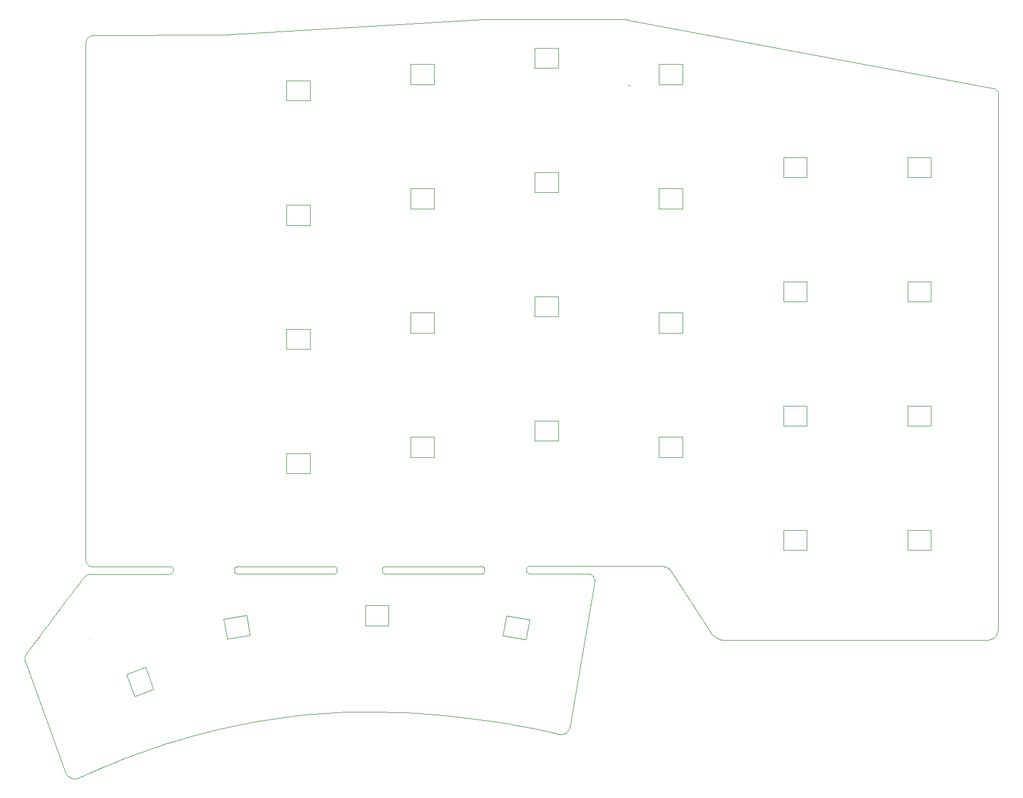
<source format=gm1>
%TF.GenerationSoftware,KiCad,Pcbnew,(6.0.0)*%
%TF.CreationDate,2022-08-16T23:55:00+02:00*%
%TF.ProjectId,SofleKeyboard,536f666c-654b-4657-9962-6f6172642e6b,rev?*%
%TF.SameCoordinates,Original*%
%TF.FileFunction,Profile,NP*%
%FSLAX46Y46*%
G04 Gerber Fmt 4.6, Leading zero omitted, Abs format (unit mm)*
G04 Created by KiCad (PCBNEW (6.0.0)) date 2022-08-16 23:55:00*
%MOMM*%
%LPD*%
G01*
G04 APERTURE LIST*
%ADD10C,0.090000*%
%TA.AperFunction,Profile*%
%ADD11C,0.120000*%
%TD*%
G04 APERTURE END LIST*
D10*
X87912739Y-117125430D02*
X87918440Y-117242752D01*
X87935201Y-117356250D01*
X87962504Y-117465408D01*
X87999832Y-117569708D01*
X88046669Y-117668634D01*
X88102497Y-117761669D01*
X88166800Y-117848297D01*
X88239062Y-117928000D01*
X88318765Y-118000261D01*
X88405392Y-118064564D01*
X88498427Y-118120393D01*
X88597353Y-118167229D01*
X88701654Y-118204557D01*
X88810811Y-118231860D01*
X88924310Y-118248621D01*
X89041632Y-118254323D01*
X162218324Y-142790013D02*
X166017748Y-120476819D01*
X78634688Y-132859332D02*
X84773030Y-149722105D01*
X149147912Y-118805741D02*
X149141400Y-118928748D01*
X149122280Y-119034082D01*
X149091172Y-119123086D01*
X149023386Y-119228913D01*
X148932113Y-119305557D01*
X148819447Y-119357550D01*
X148687479Y-119389429D01*
X148589812Y-119401745D01*
X148485116Y-119408481D01*
X148374012Y-119410979D01*
X148257121Y-119410583D01*
X148135061Y-119408637D01*
X148008454Y-119406484D01*
X147877920Y-119405468D01*
X177906363Y-119171537D02*
X183621346Y-128096832D01*
X171122432Y-34462538D02*
X170780248Y-34399041D01*
X89041632Y-118254323D02*
X100076532Y-118254323D01*
X183621346Y-128096832D02*
X183713071Y-128235064D01*
X183806789Y-128364219D01*
X183902180Y-128484606D01*
X183998920Y-128596530D01*
X184096688Y-128700300D01*
X184195163Y-128796223D01*
X184294023Y-128884606D01*
X184392946Y-128965758D01*
X184491611Y-129039985D01*
X184589695Y-129107595D01*
X184686878Y-129168895D01*
X184782837Y-129224193D01*
X184877251Y-129273797D01*
X184969798Y-129318013D01*
X185060156Y-129357150D01*
X185148004Y-129391514D01*
X185233021Y-129421414D01*
X185393271Y-129469049D01*
X185538333Y-129502514D01*
X185665634Y-129524269D01*
X185772600Y-129536775D01*
X185889292Y-129543569D01*
X185949692Y-129543212D01*
X87912739Y-92787294D02*
X87912739Y-117125430D01*
X101346523Y-118818759D02*
X101340011Y-118941766D01*
X101320891Y-119047099D01*
X101289783Y-119136104D01*
X101221997Y-119241931D01*
X101130724Y-119318574D01*
X101018058Y-119370567D01*
X100886091Y-119402446D01*
X100788423Y-119414762D01*
X100683727Y-119421498D01*
X100572624Y-119423996D01*
X100455732Y-119423600D01*
X100333673Y-119421654D01*
X100207066Y-119419501D01*
X100076532Y-119418485D01*
X87595252Y-119947652D02*
X87535762Y-120017108D01*
X87524692Y-120053481D01*
X185949692Y-129543212D02*
X186059451Y-129543212D01*
X186379631Y-129543212D01*
X186896581Y-129543212D01*
X187596653Y-129543212D01*
X188466198Y-129543212D01*
X189491567Y-129543212D01*
X190659111Y-129543212D01*
X191955180Y-129543212D01*
X193366126Y-129543212D01*
X194878299Y-129543212D01*
X196478052Y-129543212D01*
X198151733Y-129543212D01*
X199885696Y-129543212D01*
X201666289Y-129543212D01*
X203479866Y-129543212D01*
X205312775Y-129543212D01*
X207151369Y-129543212D01*
X208981999Y-129543212D01*
X210791015Y-129543212D01*
X212564768Y-129543212D01*
X214289609Y-129543212D01*
X215951890Y-129543212D01*
X217537961Y-129543212D01*
X219034173Y-129543212D01*
X220426877Y-129543212D01*
X221702424Y-129543212D01*
X222847166Y-129543212D01*
X223847452Y-129543212D01*
X224689634Y-129543212D01*
X225360064Y-129543212D01*
X225845091Y-129543212D01*
X226131068Y-129543212D01*
X89178556Y-36824266D02*
X89056504Y-36825153D01*
X162207752Y-142842938D02*
X162218324Y-142790013D01*
X156831401Y-119347926D02*
X156700866Y-119348942D01*
X156574259Y-119351096D01*
X156452199Y-119353043D01*
X156335308Y-119353440D01*
X156224204Y-119350944D01*
X156119508Y-119344210D01*
X156021841Y-119331895D01*
X155931821Y-119312656D01*
X155812488Y-119267874D01*
X155713852Y-119199954D01*
X155638005Y-119104361D01*
X155587040Y-118976561D01*
X155567920Y-118871227D01*
X155561409Y-118748221D01*
X78811077Y-131624609D02*
X78749822Y-131718793D01*
X78698077Y-131815873D01*
X78655426Y-131915436D01*
X78621456Y-132017067D01*
X78595755Y-132120353D01*
X78577909Y-132224878D01*
X78567504Y-132330230D01*
X78564128Y-132435994D01*
X171390546Y-44486572D02*
X171122432Y-44437178D01*
X134684023Y-119405468D02*
X134553488Y-119406484D01*
X134426881Y-119408637D01*
X134304822Y-119410583D01*
X134187930Y-119410979D01*
X134076826Y-119408481D01*
X133972131Y-119401745D01*
X133874463Y-119389429D01*
X133784444Y-119370188D01*
X133665111Y-119325403D01*
X133566475Y-119257480D01*
X133490628Y-119161884D01*
X133439663Y-119034082D01*
X133420543Y-118928748D01*
X133414032Y-118805741D01*
X134684023Y-118241305D02*
X147877920Y-118241305D01*
X110737466Y-118805741D02*
X110743977Y-118683130D01*
X110763097Y-118578916D01*
X110794205Y-118491652D01*
X110861991Y-118389372D01*
X110953264Y-118317091D01*
X111065930Y-118269925D01*
X111197897Y-118242989D01*
X111295565Y-118233861D01*
X111400261Y-118230106D01*
X111511364Y-118230279D01*
X111628256Y-118232932D01*
X111750315Y-118236619D01*
X111876922Y-118239892D01*
X112007457Y-118241305D01*
X227965517Y-45793759D02*
X227956404Y-45661770D01*
X227930652Y-45543165D01*
X227890638Y-45437272D01*
X227838738Y-45343419D01*
X227777329Y-45260935D01*
X227708789Y-45189148D01*
X227635495Y-45127386D01*
X227559824Y-45074977D01*
X227447060Y-45012431D01*
X227342319Y-44967152D01*
X227253623Y-44936872D01*
X227163244Y-44913579D01*
X227154132Y-44911814D01*
X100076532Y-119418485D02*
X88583026Y-119418485D01*
X88582137Y-129391746D02*
X88582137Y-129391746D01*
X112066611Y-36536873D02*
X111950673Y-36546557D01*
X111815190Y-36557650D01*
X111636418Y-36572012D01*
X111532766Y-36580207D01*
X111420651Y-36588967D01*
X111300860Y-36598206D01*
X111174180Y-36607841D01*
X111041396Y-36617787D01*
X110903296Y-36627959D01*
X110760666Y-36638274D01*
X110614292Y-36648647D01*
X110464961Y-36658994D01*
X110313460Y-36669231D01*
X110160574Y-36679272D01*
X110007091Y-36689034D01*
X109853796Y-36698433D01*
X109701476Y-36707384D01*
X109550919Y-36715803D01*
X109402909Y-36723605D01*
X109258234Y-36730706D01*
X109117680Y-36737023D01*
X108982034Y-36742470D01*
X108852082Y-36746963D01*
X108728611Y-36750418D01*
X108612406Y-36752750D01*
X108504255Y-36753876D01*
X108404945Y-36753711D01*
X125201355Y-119405468D02*
X112007457Y-119405468D01*
X133414032Y-118805741D02*
X133420543Y-118683130D01*
X133439663Y-118578916D01*
X133470771Y-118491652D01*
X133538557Y-118389372D01*
X133629829Y-118317091D01*
X133742496Y-118269925D01*
X133874463Y-118242989D01*
X133972131Y-118233861D01*
X134076826Y-118230106D01*
X134187930Y-118230279D01*
X134304822Y-118232932D01*
X134426881Y-118236619D01*
X134553488Y-118239892D01*
X134684023Y-118241305D01*
X126471346Y-118805741D02*
X126464834Y-118928748D01*
X126445714Y-119034082D01*
X126414606Y-119123086D01*
X126346820Y-119228913D01*
X126255547Y-119305557D01*
X126142881Y-119357550D01*
X126010914Y-119389429D01*
X125913246Y-119401745D01*
X125808550Y-119408481D01*
X125697447Y-119410979D01*
X125580555Y-119410583D01*
X125458496Y-119408637D01*
X125331889Y-119406484D01*
X125201355Y-119405468D01*
X164888855Y-119347926D02*
X156831401Y-119347926D01*
X155561409Y-118748221D02*
X155567920Y-118625609D01*
X155587040Y-118521395D01*
X155618148Y-118434130D01*
X155685934Y-118331848D01*
X155777207Y-118259564D01*
X155889873Y-118212394D01*
X156021841Y-118185456D01*
X156119508Y-118176325D01*
X156224204Y-118172569D01*
X156335308Y-118172740D01*
X156452199Y-118175392D01*
X156574259Y-118179078D01*
X156700866Y-118182350D01*
X156831401Y-118183763D01*
X84773030Y-149722105D02*
X84813402Y-149817302D01*
X84853425Y-149898247D01*
X84908021Y-149996013D01*
X84977810Y-150105483D01*
X85063411Y-150221543D01*
X85165446Y-150339075D01*
X85284533Y-150452963D01*
X85421294Y-150558093D01*
X85576348Y-150649347D01*
X85660928Y-150688173D01*
X85750315Y-150721611D01*
X85844585Y-150749022D01*
X85943816Y-150769767D01*
X86048085Y-150783206D01*
X86157470Y-150788700D01*
X86272048Y-150785609D01*
X86391897Y-150773294D01*
X86517095Y-150751115D01*
X86647718Y-150718433D01*
X86783846Y-150674609D01*
X227965517Y-127355985D02*
X227965517Y-127124113D01*
X227965517Y-126448142D01*
X227965517Y-125357531D01*
X227965517Y-123881744D01*
X227965517Y-122050242D01*
X227965517Y-119892487D01*
X227965517Y-117437942D01*
X227965517Y-114716068D01*
X227965517Y-111756328D01*
X227965517Y-108588183D01*
X227965517Y-105241095D01*
X227965517Y-101744527D01*
X227965517Y-98127940D01*
X227965517Y-94420797D01*
X227965517Y-90652559D01*
X227965517Y-86852689D01*
X227965517Y-83050648D01*
X227965517Y-79275899D01*
X227965517Y-75557904D01*
X227965517Y-71926124D01*
X227965517Y-68410021D01*
X227965517Y-65039059D01*
X227965517Y-61842698D01*
X227965517Y-58850401D01*
X227965517Y-56091629D01*
X227965517Y-53595845D01*
X227965517Y-51392511D01*
X227965517Y-49511089D01*
X227965517Y-47981041D01*
X227965517Y-46831828D01*
X227965517Y-46092913D01*
X227965517Y-45793759D01*
X166017748Y-120476819D02*
X166012046Y-120359496D01*
X165995285Y-120245998D01*
X165967982Y-120136840D01*
X165930654Y-120032540D01*
X165883817Y-119933614D01*
X165827989Y-119840579D01*
X165763686Y-119753951D01*
X165691424Y-119674249D01*
X165611721Y-119601987D01*
X165525094Y-119537684D01*
X165432059Y-119481855D01*
X165333133Y-119435019D01*
X165228832Y-119397691D01*
X165119675Y-119370388D01*
X165006176Y-119353627D01*
X164888855Y-119347926D01*
X112007457Y-118241305D02*
X125201355Y-118241305D01*
X148943295Y-34399041D02*
X112066611Y-36536873D01*
X160584961Y-143971832D02*
X160707512Y-143985550D01*
X160843696Y-143988833D01*
X160954531Y-143983421D01*
X161077485Y-143968733D01*
X161209198Y-143942030D01*
X161346312Y-143900574D01*
X161485467Y-143841625D01*
X161623304Y-143762446D01*
X161756464Y-143660296D01*
X161881589Y-143532438D01*
X161940089Y-143458012D01*
X161995320Y-143376132D01*
X162046862Y-143286456D01*
X162094297Y-143188640D01*
X162137203Y-143082344D01*
X162175161Y-142967224D01*
X162207752Y-142842938D01*
X108404945Y-36753711D02*
X89178556Y-36824266D01*
X122590790Y-140902661D02*
X124437918Y-140759377D01*
X126273097Y-140652261D01*
X128093264Y-140579238D01*
X129895357Y-140538236D01*
X131676314Y-140527180D01*
X133433074Y-140543997D01*
X135162575Y-140586614D01*
X136861754Y-140652957D01*
X138527550Y-140740952D01*
X140156902Y-140848527D01*
X141746747Y-140973606D01*
X143294023Y-141114118D01*
X144795670Y-141267988D01*
X146248624Y-141433143D01*
X147649824Y-141607509D01*
X148996209Y-141789014D01*
X150284715Y-141975582D01*
X151512283Y-142165141D01*
X152675849Y-142355618D01*
X153772352Y-142544938D01*
X154798730Y-142731029D01*
X155751921Y-142911816D01*
X156628864Y-143085226D01*
X157426496Y-143249186D01*
X158141756Y-143401623D01*
X158771582Y-143540461D01*
X159312913Y-143663629D01*
X159762685Y-143769053D01*
X160117838Y-143854658D01*
X160375309Y-143918372D01*
X160532037Y-143958121D01*
X160584961Y-143971832D01*
X125201355Y-118241305D02*
X125331889Y-118239892D01*
X125458496Y-118236619D01*
X125580555Y-118232932D01*
X125697447Y-118230279D01*
X125808550Y-118230106D01*
X125913246Y-118233861D01*
X126010914Y-118242989D01*
X126100933Y-118258939D01*
X126220266Y-118298820D01*
X126318902Y-118362187D01*
X126394749Y-118453924D01*
X126445714Y-118578916D01*
X126464834Y-118683130D01*
X126471346Y-118805741D01*
X78564128Y-132435994D02*
X78568824Y-132528592D01*
X78581435Y-132621195D01*
X78599743Y-132713802D01*
X78621530Y-132806412D01*
X78634688Y-132859332D01*
X147877920Y-119405468D02*
X134684023Y-119405468D01*
X87524692Y-120053481D02*
X87427221Y-120183042D01*
X87310140Y-120338667D01*
X87151725Y-120549230D01*
X86955146Y-120810514D01*
X86723576Y-121118300D01*
X86460187Y-121468370D01*
X86168149Y-121856507D01*
X85850634Y-122278491D01*
X85510815Y-122730106D01*
X85151863Y-123207132D01*
X84776949Y-123705353D01*
X84389245Y-124220549D01*
X83991923Y-124748503D01*
X83588154Y-125284996D01*
X83181110Y-125825811D01*
X82773963Y-126366729D01*
X82369884Y-126903532D01*
X81972045Y-127432003D01*
X81583618Y-127947923D01*
X81207774Y-128447074D01*
X80847685Y-128925238D01*
X80506522Y-129378196D01*
X80187458Y-129801732D01*
X79893663Y-130191626D01*
X79628311Y-130543661D01*
X79394571Y-130853618D01*
X79195616Y-131117280D01*
X79034617Y-131330427D01*
X78914747Y-131488844D01*
X78839176Y-131588310D01*
X78811077Y-131624609D01*
X147877920Y-118241305D02*
X148008454Y-118239892D01*
X148135061Y-118236619D01*
X148257121Y-118232932D01*
X148374012Y-118230279D01*
X148485116Y-118230106D01*
X148589812Y-118233861D01*
X148687479Y-118242989D01*
X148777499Y-118258939D01*
X148896832Y-118298820D01*
X148995468Y-118362187D01*
X149071315Y-118453924D01*
X149122280Y-118578916D01*
X149141400Y-118683130D01*
X149147912Y-118805741D01*
X171122432Y-44437178D02*
X171215334Y-44453432D01*
X171309039Y-44470231D01*
X171390546Y-44486572D01*
X112007457Y-119405468D02*
X111876922Y-119406484D01*
X111750315Y-119408637D01*
X111628256Y-119410583D01*
X111511364Y-119410979D01*
X111400261Y-119408481D01*
X111295565Y-119401745D01*
X111197897Y-119389429D01*
X111107878Y-119370188D01*
X110988545Y-119325403D01*
X110889909Y-119257480D01*
X110814062Y-119161884D01*
X110763097Y-119034082D01*
X110743977Y-118928748D01*
X110737466Y-118805741D01*
X227154132Y-44911814D02*
X171390546Y-34511932D01*
X156831401Y-118183763D02*
X176283572Y-118219054D01*
X176283572Y-118219054D02*
X176387549Y-118221786D01*
X176487832Y-118229750D01*
X176584446Y-118242598D01*
X176677417Y-118259981D01*
X176766770Y-118281549D01*
X176934728Y-118335847D01*
X177088527Y-118402702D01*
X177228373Y-118479324D01*
X177354473Y-118562922D01*
X177467034Y-118650705D01*
X177566263Y-118739885D01*
X177652365Y-118827668D01*
X177725549Y-118911266D01*
X177786019Y-118987888D01*
X177853342Y-119083636D01*
X177900540Y-119160840D01*
X177906363Y-119171537D01*
X171390546Y-34511932D02*
X171122432Y-34462538D01*
X86783846Y-150674609D02*
X86982582Y-150595612D01*
X87253801Y-150479208D01*
X87596191Y-150327678D01*
X88008442Y-150143300D01*
X88489241Y-149928356D01*
X89037277Y-149685126D01*
X89651240Y-149415890D01*
X90329817Y-149122928D01*
X91071698Y-148808520D01*
X91875571Y-148474947D01*
X92740126Y-148124489D01*
X93664050Y-147759426D01*
X94646032Y-147382038D01*
X95684762Y-146994605D01*
X96778927Y-146599408D01*
X97927217Y-146198727D01*
X99128320Y-145794843D01*
X100380925Y-145390034D01*
X101683721Y-144986583D01*
X103035397Y-144586768D01*
X104434640Y-144192870D01*
X105880141Y-143807169D01*
X107370587Y-143431946D01*
X108904667Y-143069480D01*
X110481070Y-142722053D01*
X112098485Y-142391943D01*
X113755601Y-142081432D01*
X115451105Y-141792800D01*
X117183688Y-141528326D01*
X118952037Y-141290292D01*
X120754841Y-141080976D01*
X122590790Y-140902661D01*
X100076532Y-118254323D02*
X100207066Y-118252910D01*
X100333673Y-118249637D01*
X100455732Y-118245950D01*
X100572624Y-118243297D01*
X100683727Y-118243124D01*
X100788423Y-118246878D01*
X100886091Y-118256007D01*
X100976110Y-118271957D01*
X101095443Y-118311837D01*
X101194079Y-118375204D01*
X101269926Y-118466942D01*
X101320891Y-118591934D01*
X101340011Y-118696148D01*
X101346523Y-118818759D01*
X226131068Y-129543212D02*
X226307040Y-129536937D01*
X226471417Y-129518648D01*
X226624594Y-129489145D01*
X226766963Y-129449229D01*
X226898920Y-129399701D01*
X227020859Y-129341363D01*
X227133172Y-129275015D01*
X227236255Y-129201457D01*
X227330501Y-129121492D01*
X227416305Y-129035920D01*
X227494060Y-128945542D01*
X227564160Y-128851159D01*
X227627000Y-128753572D01*
X227682973Y-128653583D01*
X227732474Y-128551991D01*
X227775896Y-128449598D01*
X227813634Y-128347205D01*
X227846082Y-128245613D01*
X227873633Y-128145624D01*
X227896682Y-128048037D01*
X227915623Y-127953654D01*
X227930849Y-127863276D01*
X227951735Y-127697739D01*
X227962493Y-127557833D01*
X227966274Y-127449967D01*
X227965517Y-127355985D01*
X170780248Y-34399041D02*
X170643112Y-34386626D01*
X170395480Y-34375788D01*
X170044883Y-34366449D01*
X169598852Y-34358530D01*
X169064920Y-34351955D01*
X168450618Y-34346645D01*
X167763478Y-34342525D01*
X167011032Y-34339515D01*
X166200812Y-34337538D01*
X165340349Y-34336518D01*
X164437176Y-34336376D01*
X163498825Y-34337035D01*
X162532826Y-34338417D01*
X161546712Y-34340445D01*
X160548016Y-34343041D01*
X159544268Y-34346129D01*
X158543000Y-34349630D01*
X157551745Y-34353466D01*
X156578033Y-34357561D01*
X155629398Y-34361837D01*
X154713371Y-34366216D01*
X153837483Y-34370621D01*
X153009267Y-34374974D01*
X152236255Y-34379199D01*
X151525977Y-34383216D01*
X150885967Y-34386949D01*
X150323755Y-34390321D01*
X149846874Y-34393253D01*
X149462856Y-34395669D01*
X149179232Y-34397490D01*
X149003534Y-34398640D01*
X148943295Y-34399041D01*
X88583026Y-119418485D02*
X88474870Y-119432973D01*
X88368924Y-119456239D01*
X88265537Y-119487760D01*
X88165057Y-119527012D01*
X88067834Y-119573472D01*
X87974216Y-119626618D01*
X87884552Y-119685925D01*
X87799191Y-119750871D01*
X87718482Y-119820933D01*
X87642774Y-119895588D01*
X87595252Y-119947652D01*
X89056504Y-36825153D02*
X88939181Y-36830854D01*
X88825683Y-36847615D01*
X88716525Y-36874918D01*
X88612225Y-36912246D01*
X88513299Y-36959083D01*
X88420263Y-37014911D01*
X88333636Y-37079214D01*
X88253933Y-37151476D01*
X88181671Y-37231179D01*
X88117368Y-37317806D01*
X88061540Y-37410841D01*
X88014703Y-37509767D01*
X87977375Y-37614068D01*
X87950072Y-37723225D01*
X87933311Y-37836724D01*
X87927610Y-37954046D01*
X87927610Y-37954046D02*
X87912739Y-92787294D01*
D11*
X118750000Y-43751000D02*
X118750000Y-46851000D01*
X118750000Y-46851000D02*
X122350000Y-46851000D01*
X122350000Y-46851000D02*
X122350000Y-43751000D01*
X122350000Y-43751000D02*
X118750000Y-43751000D01*
X156850000Y-38751000D02*
X156850000Y-41851000D01*
X156850000Y-41851000D02*
X160450000Y-41851000D01*
X160450000Y-41851000D02*
X160450000Y-38751000D01*
X160450000Y-38751000D02*
X156850000Y-38751000D01*
X122350000Y-84951000D02*
X122350000Y-81851000D01*
X118750000Y-84951000D02*
X122350000Y-84951000D01*
X122350000Y-81851000D02*
X118750000Y-81851000D01*
X118750000Y-81851000D02*
X118750000Y-84951000D01*
X141400000Y-79351000D02*
X137800000Y-79351000D01*
X137800000Y-79351000D02*
X137800000Y-82451000D01*
X141400000Y-82451000D02*
X141400000Y-79351000D01*
X137800000Y-82451000D02*
X141400000Y-82451000D01*
X122350000Y-100901000D02*
X118750000Y-100901000D01*
X118750000Y-100901000D02*
X118750000Y-104001000D01*
X118750000Y-104001000D02*
X122350000Y-104001000D01*
X122350000Y-104001000D02*
X122350000Y-100901000D01*
X156850000Y-95901000D02*
X156850000Y-99001000D01*
X160450000Y-95901000D02*
X156850000Y-95901000D01*
X160450000Y-99001000D02*
X160450000Y-95901000D01*
X156850000Y-99001000D02*
X160450000Y-99001000D01*
X198589120Y-112643640D02*
X194989120Y-112643640D01*
X194989120Y-115743640D02*
X198589120Y-115743640D01*
X198589120Y-115743640D02*
X198589120Y-112643640D01*
X194989120Y-112643640D02*
X194989120Y-115743640D01*
X97123922Y-133711948D02*
X94210875Y-134772211D01*
X94210875Y-134772211D02*
X95442147Y-138155104D01*
X98355194Y-137094842D02*
X97123922Y-133711948D01*
X95442147Y-138155104D02*
X98355194Y-137094842D01*
X112636646Y-125726010D02*
X109091339Y-126351143D01*
X113174956Y-128778914D02*
X112636646Y-125726010D01*
X109091339Y-126351143D02*
X109629648Y-129404047D01*
X109629648Y-129404047D02*
X113174956Y-128778914D01*
X214039120Y-74543640D02*
X214039120Y-77643640D01*
X217639120Y-77643640D02*
X217639120Y-74543640D01*
X217639120Y-74543640D02*
X214039120Y-74543640D01*
X214039120Y-77643640D02*
X217639120Y-77643640D01*
X217639120Y-93593640D02*
X214039120Y-93593640D01*
X217639120Y-96693640D02*
X217639120Y-93593640D01*
X214039120Y-96693640D02*
X217639120Y-96693640D01*
X214039120Y-93593640D02*
X214039120Y-96693640D01*
X217639120Y-112643640D02*
X214039120Y-112643640D01*
X217639120Y-115743640D02*
X217639120Y-112643640D01*
X214039120Y-115743640D02*
X217639120Y-115743640D01*
X214039120Y-112643640D02*
X214039120Y-115743640D01*
X179500000Y-44351000D02*
X179500000Y-41251000D01*
X179500000Y-41251000D02*
X175900000Y-41251000D01*
X175900000Y-44351000D02*
X179500000Y-44351000D01*
X175900000Y-41251000D02*
X175900000Y-44351000D01*
X194989120Y-58593640D02*
X198589120Y-58593640D01*
X198589120Y-55493640D02*
X194989120Y-55493640D01*
X194989120Y-55493640D02*
X194989120Y-58593640D01*
X198589120Y-58593640D02*
X198589120Y-55493640D01*
X137800000Y-60301000D02*
X137800000Y-63401000D01*
X137800000Y-63401000D02*
X141400000Y-63401000D01*
X141400000Y-63401000D02*
X141400000Y-60301000D01*
X141400000Y-60301000D02*
X137800000Y-60301000D01*
X175900000Y-60301000D02*
X175900000Y-63401000D01*
X179500000Y-60301000D02*
X175900000Y-60301000D01*
X175900000Y-63401000D02*
X179500000Y-63401000D01*
X179500000Y-63401000D02*
X179500000Y-60301000D01*
X160450000Y-57801000D02*
X156850000Y-57801000D01*
X156850000Y-60901000D02*
X160450000Y-60901000D01*
X160450000Y-60901000D02*
X160450000Y-57801000D01*
X156850000Y-57801000D02*
X156850000Y-60901000D01*
X175900000Y-82451000D02*
X179500000Y-82451000D01*
X175900000Y-79351000D02*
X175900000Y-82451000D01*
X179500000Y-79351000D02*
X175900000Y-79351000D01*
X179500000Y-82451000D02*
X179500000Y-79351000D01*
X217639120Y-55493640D02*
X214039120Y-55493640D01*
X214039120Y-58593640D02*
X217639120Y-58593640D01*
X214039120Y-55493640D02*
X214039120Y-58593640D01*
X217639120Y-58593640D02*
X217639120Y-55493640D01*
X118750000Y-65951000D02*
X122350000Y-65951000D01*
X122350000Y-65951000D02*
X122350000Y-62851000D01*
X122350000Y-62851000D02*
X118750000Y-62851000D01*
X118750000Y-62851000D02*
X118750000Y-65951000D01*
X194989120Y-77643640D02*
X198589120Y-77643640D01*
X198589120Y-77643640D02*
X198589120Y-74543640D01*
X194989120Y-74543640D02*
X194989120Y-77643640D01*
X198589120Y-74543640D02*
X194989120Y-74543640D01*
X175900000Y-98401000D02*
X175900000Y-101501000D01*
X179500000Y-98401000D02*
X175900000Y-98401000D01*
X179500000Y-101501000D02*
X179500000Y-98401000D01*
X175900000Y-101501000D02*
X179500000Y-101501000D01*
X194989120Y-93593640D02*
X194989120Y-96693640D01*
X198589120Y-93593640D02*
X194989120Y-93593640D01*
X198589120Y-96693640D02*
X198589120Y-93593640D01*
X194989120Y-96693640D02*
X198589120Y-96693640D01*
X151953284Y-128848914D02*
X155498592Y-129474047D01*
X156036901Y-126421143D02*
X152491594Y-125796010D01*
X155498592Y-129474047D02*
X156036901Y-126421143D01*
X152491594Y-125796010D02*
X151953284Y-128848914D01*
X160450000Y-76851000D02*
X156850000Y-76851000D01*
X156850000Y-76851000D02*
X156850000Y-79951000D01*
X156850000Y-79951000D02*
X160450000Y-79951000D01*
X160450000Y-79951000D02*
X160450000Y-76851000D01*
X137800000Y-41251000D02*
X137800000Y-44351000D01*
X141400000Y-44351000D02*
X141400000Y-41251000D01*
X137800000Y-44351000D02*
X141400000Y-44351000D01*
X141400000Y-41251000D02*
X137800000Y-41251000D01*
X137800000Y-101501000D02*
X141400000Y-101501000D01*
X137800000Y-98401000D02*
X137800000Y-101501000D01*
X141400000Y-98401000D02*
X137800000Y-98401000D01*
X141400000Y-101501000D02*
X141400000Y-98401000D01*
X130799120Y-127303640D02*
X134399120Y-127303640D01*
X130799120Y-124203640D02*
X130799120Y-127303640D01*
X134399120Y-124203640D02*
X130799120Y-124203640D01*
X134399120Y-127303640D02*
X134399120Y-124203640D01*
M02*

</source>
